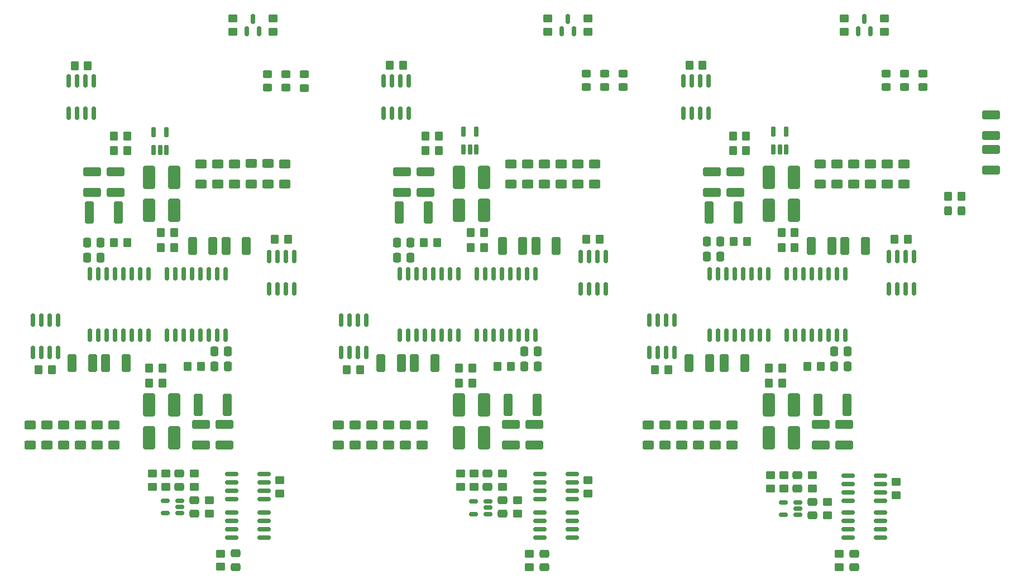
<source format=gbr>
%TF.GenerationSoftware,KiCad,Pcbnew,8.0.5-8.0.5-0~ubuntu24.04.1*%
%TF.CreationDate,2024-10-22T13:11:44+03:00*%
%TF.ProjectId,Adapter,41646170-7465-4722-9e6b-696361645f70,rev?*%
%TF.SameCoordinates,Original*%
%TF.FileFunction,Paste,Top*%
%TF.FilePolarity,Positive*%
%FSLAX46Y46*%
G04 Gerber Fmt 4.6, Leading zero omitted, Abs format (unit mm)*
G04 Created by KiCad (PCBNEW 8.0.5-8.0.5-0~ubuntu24.04.1) date 2024-10-22 13:11:44*
%MOMM*%
%LPD*%
G01*
G04 APERTURE LIST*
G04 Aperture macros list*
%AMRoundRect*
0 Rectangle with rounded corners*
0 $1 Rounding radius*
0 $2 $3 $4 $5 $6 $7 $8 $9 X,Y pos of 4 corners*
0 Add a 4 corners polygon primitive as box body*
4,1,4,$2,$3,$4,$5,$6,$7,$8,$9,$2,$3,0*
0 Add four circle primitives for the rounded corners*
1,1,$1+$1,$2,$3*
1,1,$1+$1,$4,$5*
1,1,$1+$1,$6,$7*
1,1,$1+$1,$8,$9*
0 Add four rect primitives between the rounded corners*
20,1,$1+$1,$2,$3,$4,$5,0*
20,1,$1+$1,$4,$5,$6,$7,0*
20,1,$1+$1,$6,$7,$8,$9,0*
20,1,$1+$1,$8,$9,$2,$3,0*%
G04 Aperture macros list end*
%ADD10RoundRect,0.250000X0.450000X-0.350000X0.450000X0.350000X-0.450000X0.350000X-0.450000X-0.350000X0*%
%ADD11RoundRect,0.250000X0.350000X0.450000X-0.350000X0.450000X-0.350000X-0.450000X0.350000X-0.450000X0*%
%ADD12RoundRect,0.150000X0.512500X0.150000X-0.512500X0.150000X-0.512500X-0.150000X0.512500X-0.150000X0*%
%ADD13RoundRect,0.250000X0.650000X-1.500000X0.650000X1.500000X-0.650000X1.500000X-0.650000X-1.500000X0*%
%ADD14RoundRect,0.250000X-0.412500X-1.100000X0.412500X-1.100000X0.412500X1.100000X-0.412500X1.100000X0*%
%ADD15RoundRect,0.250000X-0.450000X0.350000X-0.450000X-0.350000X0.450000X-0.350000X0.450000X0.350000X0*%
%ADD16RoundRect,0.250000X0.625000X-0.400000X0.625000X0.400000X-0.625000X0.400000X-0.625000X-0.400000X0*%
%ADD17RoundRect,0.250000X-0.625000X0.400000X-0.625000X-0.400000X0.625000X-0.400000X0.625000X0.400000X0*%
%ADD18RoundRect,0.250000X-0.475000X0.337500X-0.475000X-0.337500X0.475000X-0.337500X0.475000X0.337500X0*%
%ADD19RoundRect,0.250000X-1.100000X0.412500X-1.100000X-0.412500X1.100000X-0.412500X1.100000X0.412500X0*%
%ADD20RoundRect,0.250000X-0.350000X-0.450000X0.350000X-0.450000X0.350000X0.450000X-0.350000X0.450000X0*%
%ADD21RoundRect,0.250000X0.412500X1.100000X-0.412500X1.100000X-0.412500X-1.100000X0.412500X-1.100000X0*%
%ADD22RoundRect,0.250000X-0.650000X1.500000X-0.650000X-1.500000X0.650000X-1.500000X0.650000X1.500000X0*%
%ADD23RoundRect,0.150000X-0.825000X-0.150000X0.825000X-0.150000X0.825000X0.150000X-0.825000X0.150000X0*%
%ADD24RoundRect,0.250000X0.450000X-0.325000X0.450000X0.325000X-0.450000X0.325000X-0.450000X-0.325000X0*%
%ADD25RoundRect,0.150000X0.150000X-0.825000X0.150000X0.825000X-0.150000X0.825000X-0.150000X-0.825000X0*%
%ADD26RoundRect,0.150000X0.150000X-0.875000X0.150000X0.875000X-0.150000X0.875000X-0.150000X-0.875000X0*%
%ADD27RoundRect,0.250000X1.100000X-0.412500X1.100000X0.412500X-1.100000X0.412500X-1.100000X-0.412500X0*%
%ADD28RoundRect,0.250000X-0.337500X-0.475000X0.337500X-0.475000X0.337500X0.475000X-0.337500X0.475000X0*%
%ADD29RoundRect,0.250000X0.337500X0.475000X-0.337500X0.475000X-0.337500X-0.475000X0.337500X-0.475000X0*%
%ADD30RoundRect,0.162500X0.162500X-0.617500X0.162500X0.617500X-0.162500X0.617500X-0.162500X-0.617500X0*%
%ADD31RoundRect,0.250000X-0.400000X-1.450000X0.400000X-1.450000X0.400000X1.450000X-0.400000X1.450000X0*%
%ADD32RoundRect,0.150000X-0.150000X0.875000X-0.150000X-0.875000X0.150000X-0.875000X0.150000X0.875000X0*%
%ADD33RoundRect,0.250000X0.400000X1.450000X-0.400000X1.450000X-0.400000X-1.450000X0.400000X-1.450000X0*%
%ADD34RoundRect,0.150000X0.150000X-0.587500X0.150000X0.587500X-0.150000X0.587500X-0.150000X-0.587500X0*%
%ADD35RoundRect,0.150000X-0.150000X0.825000X-0.150000X-0.825000X0.150000X-0.825000X0.150000X0.825000X0*%
%ADD36RoundRect,0.250000X0.325000X0.450000X-0.325000X0.450000X-0.325000X-0.450000X0.325000X-0.450000X0*%
G04 APERTURE END LIST*
D10*
%TO.C,R72*%
X104394000Y-123174000D03*
X104394000Y-121174000D03*
%TD*%
D11*
%TO.C,R83*%
X148320000Y-84582000D03*
X146320000Y-84582000D03*
%TD*%
D12*
%TO.C,U8*%
X102229500Y-127188000D03*
X102229500Y-126238000D03*
X102229500Y-125288000D03*
X99954500Y-125288000D03*
X99954500Y-127188000D03*
%TD*%
D11*
%TO.C,R82*%
X188071000Y-72136000D03*
X186071000Y-72136000D03*
%TD*%
%TO.C,R68*%
X99552000Y-105156000D03*
X97552000Y-105156000D03*
%TD*%
D13*
%TO.C,D35*%
X97536000Y-115784000D03*
X97536000Y-110784000D03*
%TD*%
D14*
%TO.C,C49*%
X203034500Y-86614000D03*
X206159500Y-86614000D03*
%TD*%
D15*
%TO.C,R101*%
X164084000Y-52086000D03*
X164084000Y-54086000D03*
%TD*%
D16*
%TO.C,R32*%
X154940000Y-77242000D03*
X154940000Y-74142000D03*
%TD*%
D17*
%TO.C,R34*%
X183388000Y-113766000D03*
X183388000Y-116866000D03*
%TD*%
D15*
%TO.C,R56*%
X153416000Y-125238000D03*
X153416000Y-127238000D03*
%TD*%
D13*
%TO.C,D41*%
X144526000Y-115784000D03*
X144526000Y-110784000D03*
%TD*%
D11*
%TO.C,R95*%
X195437000Y-84582000D03*
X193437000Y-84582000D03*
%TD*%
D10*
%TO.C,R3*%
X155194000Y-135366000D03*
X155194000Y-133366000D03*
%TD*%
D18*
%TO.C,C81*%
X102108000Y-121136500D03*
X102108000Y-123211500D03*
%TD*%
D19*
%TO.C,C33*%
X225171000Y-66763500D03*
X225171000Y-69888500D03*
%TD*%
D20*
%TO.C,R1*%
X86249000Y-59309000D03*
X88249000Y-59309000D03*
%TD*%
D10*
%TO.C,R64*%
X98044000Y-123174000D03*
X98044000Y-121174000D03*
%TD*%
D21*
%TO.C,C14*%
X135801500Y-104394000D03*
X132676500Y-104394000D03*
%TD*%
D22*
%TO.C,D48*%
X195326000Y-76240000D03*
X195326000Y-81240000D03*
%TD*%
D16*
%TO.C,R14*%
X110490000Y-77242000D03*
X110490000Y-74142000D03*
%TD*%
D18*
%TO.C,C29*%
X195834000Y-121390500D03*
X195834000Y-123465500D03*
%TD*%
D10*
%TO.C,R102*%
X202946000Y-54086000D03*
X202946000Y-52086000D03*
%TD*%
D15*
%TO.C,R27*%
X200406000Y-125492000D03*
X200406000Y-127492000D03*
%TD*%
D20*
%TO.C,R73*%
X150384000Y-104902000D03*
X152384000Y-104902000D03*
%TD*%
D17*
%TO.C,R51*%
X162560000Y-74142000D03*
X162560000Y-77242000D03*
%TD*%
D16*
%TO.C,R24*%
X152400000Y-77242000D03*
X152400000Y-74142000D03*
%TD*%
D23*
%TO.C,U9*%
X110047000Y-127127000D03*
X110047000Y-128397000D03*
X110047000Y-129667000D03*
X110047000Y-130937000D03*
X114997000Y-130937000D03*
X114997000Y-129667000D03*
X114997000Y-128397000D03*
X114997000Y-127127000D03*
%TD*%
D24*
%TO.C,D12*%
X115443000Y-62620000D03*
X115443000Y-60570000D03*
%TD*%
D18*
%TO.C,C22*%
X110617000Y-133312500D03*
X110617000Y-135387500D03*
%TD*%
D25*
%TO.C,D3*%
X115697000Y-93153000D03*
X116967000Y-93153000D03*
X118237000Y-93153000D03*
X119507000Y-93153000D03*
X119507000Y-88203000D03*
X118237000Y-88203000D03*
X116967000Y-88203000D03*
X115697000Y-88203000D03*
%TD*%
D15*
%TO.C,R99*%
X116332000Y-52086000D03*
X116332000Y-54086000D03*
%TD*%
D14*
%TO.C,C44*%
X197954500Y-86614000D03*
X201079500Y-86614000D03*
%TD*%
%TO.C,C15*%
X151091500Y-86614000D03*
X154216500Y-86614000D03*
%TD*%
D18*
%TO.C,C30*%
X198120000Y-125454500D03*
X198120000Y-127529500D03*
%TD*%
D11*
%TO.C,R40*%
X94218000Y-69977000D03*
X92218000Y-69977000D03*
%TD*%
D26*
%TO.C,D32*%
X88519000Y-100154000D03*
X89789000Y-100154000D03*
X91059000Y-100154000D03*
X92329000Y-100154000D03*
X93599000Y-100154000D03*
X94869000Y-100154000D03*
X96139000Y-100154000D03*
X97409000Y-100154000D03*
X97409000Y-90854000D03*
X96139000Y-90854000D03*
X94869000Y-90854000D03*
X93599000Y-90854000D03*
X92329000Y-90854000D03*
X91059000Y-90854000D03*
X89789000Y-90854000D03*
X88519000Y-90854000D03*
%TD*%
D24*
%TO.C,D50*%
X214884000Y-62493000D03*
X214884000Y-60443000D03*
%TD*%
D22*
%TO.C,D58*%
X101346000Y-110784000D03*
X101346000Y-115784000D03*
%TD*%
D27*
%TO.C,C13*%
X135890000Y-78524500D03*
X135890000Y-75399500D03*
%TD*%
D11*
%TO.C,R78*%
X188071000Y-69977000D03*
X186071000Y-69977000D03*
%TD*%
D20*
%TO.C,R9*%
X163846000Y-85598000D03*
X165846000Y-85598000D03*
%TD*%
D21*
%TO.C,C31*%
X94057000Y-104394000D03*
X90932000Y-104394000D03*
%TD*%
D17*
%TO.C,R20*%
X138938000Y-113766000D03*
X138938000Y-116866000D03*
%TD*%
D28*
%TO.C,C60*%
X88116500Y-86106000D03*
X90191500Y-86106000D03*
%TD*%
D11*
%TO.C,R10*%
X129524000Y-105410000D03*
X127524000Y-105410000D03*
%TD*%
D28*
%TO.C,C66*%
X135106500Y-86106000D03*
X137181500Y-86106000D03*
%TD*%
D10*
%TO.C,R4*%
X202184000Y-135366000D03*
X202184000Y-133366000D03*
%TD*%
D13*
%TO.C,D59*%
X97536000Y-81240000D03*
X97536000Y-76240000D03*
%TD*%
D11*
%TO.C,R86*%
X188198000Y-85979000D03*
X186198000Y-85979000D03*
%TD*%
D29*
%TO.C,C59*%
X109495500Y-104902000D03*
X107420500Y-104902000D03*
%TD*%
D10*
%TO.C,R57*%
X144780000Y-123174000D03*
X144780000Y-121174000D03*
%TD*%
D11*
%TO.C,R12*%
X176260000Y-105410000D03*
X174260000Y-105410000D03*
%TD*%
D30*
%TO.C,D25*%
X192217000Y-71962000D03*
X193167000Y-71962000D03*
X194117000Y-71962000D03*
X194117000Y-69262000D03*
X192217000Y-69262000D03*
%TD*%
D11*
%TO.C,R62*%
X94218000Y-86106000D03*
X92218000Y-86106000D03*
%TD*%
D31*
%TO.C,L6*%
X198943000Y-110744000D03*
X203393000Y-110744000D03*
%TD*%
D25*
%TO.C,D5*%
X85344000Y-66483000D03*
X86614000Y-66483000D03*
X87884000Y-66483000D03*
X89154000Y-66483000D03*
X89154000Y-61533000D03*
X87884000Y-61533000D03*
X86614000Y-61533000D03*
X85344000Y-61533000D03*
%TD*%
D12*
%TO.C,U11*%
X195955500Y-127442000D03*
X195955500Y-126492000D03*
X195955500Y-125542000D03*
X193680500Y-125542000D03*
X193680500Y-127442000D03*
%TD*%
D17*
%TO.C,R13*%
X89638000Y-113766000D03*
X89638000Y-116866000D03*
%TD*%
D24*
%TO.C,D29*%
X169418000Y-62493000D03*
X169418000Y-60443000D03*
%TD*%
D20*
%TO.C,R93*%
X191532000Y-107442000D03*
X193532000Y-107442000D03*
%TD*%
D27*
%TO.C,C18*%
X186436000Y-78524500D03*
X186436000Y-75399500D03*
%TD*%
D20*
%TO.C,R67*%
X99330000Y-86868000D03*
X101330000Y-86868000D03*
%TD*%
D29*
%TO.C,C57*%
X109495500Y-102616000D03*
X107420500Y-102616000D03*
%TD*%
D30*
%TO.C,D23*%
X145227000Y-71962000D03*
X146177000Y-71962000D03*
X147127000Y-71962000D03*
X147127000Y-69262000D03*
X145227000Y-69262000D03*
%TD*%
D20*
%TO.C,R84*%
X179467000Y-59182000D03*
X181467000Y-59182000D03*
%TD*%
D11*
%TO.C,R75*%
X141462000Y-69977000D03*
X139462000Y-69977000D03*
%TD*%
D16*
%TO.C,R44*%
X126238000Y-116866000D03*
X126238000Y-113766000D03*
%TD*%
D17*
%TO.C,R35*%
X180848000Y-113766000D03*
X180848000Y-116866000D03*
%TD*%
D32*
%TO.C,D31*%
X109093000Y-90854000D03*
X107823000Y-90854000D03*
X106553000Y-90854000D03*
X105283000Y-90854000D03*
X104013000Y-90854000D03*
X102743000Y-90854000D03*
X101473000Y-90854000D03*
X100203000Y-90854000D03*
X100203000Y-100154000D03*
X101473000Y-100154000D03*
X102743000Y-100154000D03*
X104013000Y-100154000D03*
X105283000Y-100154000D03*
X106553000Y-100154000D03*
X107823000Y-100154000D03*
X109093000Y-100154000D03*
%TD*%
D33*
%TO.C,L3*%
X139893000Y-81534000D03*
X135443000Y-81534000D03*
%TD*%
D24*
%TO.C,D13*%
X118237000Y-62620000D03*
X118237000Y-60570000D03*
%TD*%
D19*
%TO.C,C16*%
X152400000Y-113753500D03*
X152400000Y-116878500D03*
%TD*%
D26*
%TO.C,D64*%
X135509000Y-100154000D03*
X136779000Y-100154000D03*
X138049000Y-100154000D03*
X139319000Y-100154000D03*
X140589000Y-100154000D03*
X141859000Y-100154000D03*
X143129000Y-100154000D03*
X144399000Y-100154000D03*
X144399000Y-90854000D03*
X143129000Y-90854000D03*
X141859000Y-90854000D03*
X140589000Y-90854000D03*
X139319000Y-90854000D03*
X138049000Y-90854000D03*
X136779000Y-90854000D03*
X135509000Y-90854000D03*
%TD*%
D17*
%TO.C,R52*%
X211963000Y-74142000D03*
X211963000Y-77242000D03*
%TD*%
%TO.C,R7*%
X92202000Y-113766000D03*
X92202000Y-116866000D03*
%TD*%
D19*
%TO.C,C4*%
X105410000Y-113753500D03*
X105410000Y-116878500D03*
%TD*%
D20*
%TO.C,R61*%
X103394000Y-104902000D03*
X105394000Y-104902000D03*
%TD*%
D18*
%TO.C,C56*%
X148844000Y-121136500D03*
X148844000Y-123211500D03*
%TD*%
D29*
%TO.C,C65*%
X156485500Y-104902000D03*
X154410500Y-104902000D03*
%TD*%
D21*
%TO.C,C11*%
X140881500Y-104394000D03*
X137756500Y-104394000D03*
%TD*%
D10*
%TO.C,R98*%
X110236000Y-54086000D03*
X110236000Y-52086000D03*
%TD*%
D27*
%TO.C,C19*%
X182880000Y-78524500D03*
X182880000Y-75399500D03*
%TD*%
D33*
%TO.C,L4*%
X186883000Y-81534000D03*
X182433000Y-81534000D03*
%TD*%
D23*
%TO.C,U5*%
X203519000Y-127127000D03*
X203519000Y-128397000D03*
X203519000Y-129667000D03*
X203519000Y-130937000D03*
X208469000Y-130937000D03*
X208469000Y-129667000D03*
X208469000Y-128397000D03*
X208469000Y-127127000D03*
%TD*%
D17*
%TO.C,R50*%
X165100000Y-74142000D03*
X165100000Y-77242000D03*
%TD*%
D22*
%TO.C,D60*%
X148336000Y-110784000D03*
X148336000Y-115784000D03*
%TD*%
D16*
%TO.C,R42*%
X201803000Y-77242000D03*
X201803000Y-74142000D03*
%TD*%
D17*
%TO.C,R33*%
X185928000Y-113766000D03*
X185928000Y-116866000D03*
%TD*%
D34*
%TO.C,Q2*%
X112334000Y-54023500D03*
X114234000Y-54023500D03*
X113284000Y-52148500D03*
%TD*%
D15*
%TO.C,R109*%
X209042000Y-52086000D03*
X209042000Y-54086000D03*
%TD*%
D14*
%TO.C,C43*%
X156171500Y-86614000D03*
X159296500Y-86614000D03*
%TD*%
D13*
%TO.C,D62*%
X144526000Y-81240000D03*
X144526000Y-76240000D03*
%TD*%
D15*
%TO.C,R29*%
X210820000Y-122444000D03*
X210820000Y-124444000D03*
%TD*%
D23*
%TO.C,D21*%
X156783000Y-121285000D03*
X156783000Y-122555000D03*
X156783000Y-123825000D03*
X156783000Y-125095000D03*
X161733000Y-125095000D03*
X161733000Y-123825000D03*
X161733000Y-122555000D03*
X161733000Y-121285000D03*
%TD*%
D11*
%TO.C,R76*%
X141478000Y-72136000D03*
X139478000Y-72136000D03*
%TD*%
D25*
%TO.C,D24*%
X133096000Y-66483000D03*
X134366000Y-66483000D03*
X135636000Y-66483000D03*
X136906000Y-66483000D03*
X136906000Y-61533000D03*
X135636000Y-61533000D03*
X134366000Y-61533000D03*
X133096000Y-61533000D03*
%TD*%
D18*
%TO.C,C24*%
X157480000Y-133328500D03*
X157480000Y-135403500D03*
%TD*%
D25*
%TO.C,D8*%
X162941000Y-93153000D03*
X164211000Y-93153000D03*
X165481000Y-93153000D03*
X166751000Y-93153000D03*
X166751000Y-88203000D03*
X165481000Y-88203000D03*
X164211000Y-88203000D03*
X162941000Y-88203000D03*
%TD*%
D15*
%TO.C,R58*%
X164084000Y-122190000D03*
X164084000Y-124190000D03*
%TD*%
D22*
%TO.C,D61*%
X195326000Y-110784000D03*
X195326000Y-115784000D03*
%TD*%
D24*
%TO.C,D19*%
X121031000Y-62629000D03*
X121031000Y-60579000D03*
%TD*%
D28*
%TO.C,C72*%
X182096500Y-85979000D03*
X184171500Y-85979000D03*
%TD*%
D10*
%TO.C,R60*%
X151130000Y-123174000D03*
X151130000Y-121174000D03*
%TD*%
D17*
%TO.C,R53*%
X206883000Y-74142000D03*
X206883000Y-77242000D03*
%TD*%
D34*
%TO.C,Q1*%
X160086000Y-54023500D03*
X161986000Y-54023500D03*
X161036000Y-52148500D03*
%TD*%
D20*
%TO.C,R91*%
X193437000Y-86868000D03*
X195437000Y-86868000D03*
%TD*%
D15*
%TO.C,R59*%
X146812000Y-121174000D03*
X146812000Y-123174000D03*
%TD*%
D13*
%TO.C,D63*%
X191516000Y-81240000D03*
X191516000Y-76240000D03*
%TD*%
D28*
%TO.C,C58*%
X88116500Y-88392000D03*
X90191500Y-88392000D03*
%TD*%
D27*
%TO.C,C37*%
X88900000Y-78524500D03*
X88900000Y-75399500D03*
%TD*%
D12*
%TO.C,U4*%
X148965500Y-127315000D03*
X148965500Y-126365000D03*
X148965500Y-125415000D03*
X146690500Y-125415000D03*
X146690500Y-127315000D03*
%TD*%
D18*
%TO.C,C54*%
X151130000Y-125200500D03*
X151130000Y-127275500D03*
%TD*%
D16*
%TO.C,R48*%
X178308000Y-116866000D03*
X178308000Y-113766000D03*
%TD*%
D24*
%TO.C,D27*%
X163830000Y-62493000D03*
X163830000Y-60443000D03*
%TD*%
D20*
%TO.C,R30*%
X116602000Y-85598000D03*
X118602000Y-85598000D03*
%TD*%
D32*
%TO.C,D44*%
X203073000Y-90854000D03*
X201803000Y-90854000D03*
X200533000Y-90854000D03*
X199263000Y-90854000D03*
X197993000Y-90854000D03*
X196723000Y-90854000D03*
X195453000Y-90854000D03*
X194183000Y-90854000D03*
X194183000Y-100154000D03*
X195453000Y-100154000D03*
X196723000Y-100154000D03*
X197993000Y-100154000D03*
X199263000Y-100154000D03*
X200533000Y-100154000D03*
X201803000Y-100154000D03*
X203073000Y-100154000D03*
%TD*%
D27*
%TO.C,C32*%
X225171000Y-75095500D03*
X225171000Y-71970500D03*
%TD*%
D15*
%TO.C,R65*%
X117348000Y-122190000D03*
X117348000Y-124190000D03*
%TD*%
D11*
%TO.C,R31*%
X82788000Y-105410000D03*
X80788000Y-105410000D03*
%TD*%
%TO.C,R39*%
X94218000Y-72136000D03*
X92218000Y-72136000D03*
%TD*%
D16*
%TO.C,R43*%
X131318000Y-116866000D03*
X131318000Y-113766000D03*
%TD*%
D10*
%TO.C,R2*%
X108331000Y-135350000D03*
X108331000Y-133350000D03*
%TD*%
D15*
%TO.C,R63*%
X106680000Y-125238000D03*
X106680000Y-127238000D03*
%TD*%
D20*
%TO.C,R11*%
X210582000Y-85598000D03*
X212582000Y-85598000D03*
%TD*%
D31*
%TO.C,L1*%
X104963000Y-110744000D03*
X109413000Y-110744000D03*
%TD*%
D18*
%TO.C,C26*%
X204470000Y-133328500D03*
X204470000Y-135403500D03*
%TD*%
D28*
%TO.C,C64*%
X135106500Y-88392000D03*
X137181500Y-88392000D03*
%TD*%
D35*
%TO.C,D2*%
X83693000Y-97855000D03*
X82423000Y-97855000D03*
X81153000Y-97855000D03*
X79883000Y-97855000D03*
X79883000Y-102805000D03*
X81153000Y-102805000D03*
X82423000Y-102805000D03*
X83693000Y-102805000D03*
%TD*%
D30*
%TO.C,D1*%
X98237000Y-72089000D03*
X99187000Y-72089000D03*
X100137000Y-72089000D03*
X100137000Y-69389000D03*
X98237000Y-69389000D03*
%TD*%
D11*
%TO.C,R80*%
X146542000Y-105156000D03*
X144542000Y-105156000D03*
%TD*%
D20*
%TO.C,R79*%
X146320000Y-86868000D03*
X148320000Y-86868000D03*
%TD*%
D17*
%TO.C,R54*%
X209423000Y-74142000D03*
X209423000Y-77242000D03*
%TD*%
D15*
%TO.C,R26*%
X193802000Y-121428000D03*
X193802000Y-123428000D03*
%TD*%
D16*
%TO.C,R15*%
X105410000Y-77242000D03*
X105410000Y-74142000D03*
%TD*%
D25*
%TO.C,D6*%
X209677000Y-93153000D03*
X210947000Y-93153000D03*
X212217000Y-93153000D03*
X213487000Y-93153000D03*
X213487000Y-88203000D03*
X212217000Y-88203000D03*
X210947000Y-88203000D03*
X209677000Y-88203000D03*
%TD*%
D20*
%TO.C,R69*%
X97552000Y-107442000D03*
X99552000Y-107442000D03*
%TD*%
D11*
%TO.C,R74*%
X141208000Y-86106000D03*
X139208000Y-86106000D03*
%TD*%
D17*
%TO.C,R21*%
X133858000Y-113766000D03*
X133858000Y-116866000D03*
%TD*%
D19*
%TO.C,C47*%
X199390000Y-113753500D03*
X199390000Y-116878500D03*
%TD*%
D23*
%TO.C,D22*%
X110047000Y-121285000D03*
X110047000Y-122555000D03*
X110047000Y-123825000D03*
X110047000Y-125095000D03*
X114997000Y-125095000D03*
X114997000Y-123825000D03*
X114997000Y-122555000D03*
X114997000Y-121285000D03*
%TD*%
D35*
%TO.C,D7*%
X177165000Y-97855000D03*
X175895000Y-97855000D03*
X174625000Y-97855000D03*
X173355000Y-97855000D03*
X173355000Y-102805000D03*
X174625000Y-102805000D03*
X175895000Y-102805000D03*
X177165000Y-102805000D03*
%TD*%
D16*
%TO.C,R47*%
X173228000Y-116866000D03*
X173228000Y-113766000D03*
%TD*%
D24*
%TO.C,D49*%
X212090000Y-62493000D03*
X212090000Y-60443000D03*
%TD*%
D16*
%TO.C,R46*%
X175768000Y-116866000D03*
X175768000Y-113766000D03*
%TD*%
D24*
%TO.C,D28*%
X166624000Y-62493000D03*
X166624000Y-60443000D03*
%TD*%
D11*
%TO.C,R92*%
X193532000Y-105156000D03*
X191532000Y-105156000D03*
%TD*%
D16*
%TO.C,R5*%
X79502000Y-116866000D03*
X79502000Y-113766000D03*
%TD*%
%TO.C,R6*%
X82042000Y-116866000D03*
X82042000Y-113766000D03*
%TD*%
D24*
%TO.C,D30*%
X209296000Y-62493000D03*
X209296000Y-60443000D03*
%TD*%
D21*
%TO.C,C20*%
X182537500Y-104394000D03*
X179412500Y-104394000D03*
%TD*%
D33*
%TO.C,L2*%
X92903000Y-81534000D03*
X88453000Y-81534000D03*
%TD*%
D16*
%TO.C,R23*%
X157480000Y-77242000D03*
X157480000Y-74142000D03*
%TD*%
D20*
%TO.C,R85*%
X197374000Y-104902000D03*
X199374000Y-104902000D03*
%TD*%
D35*
%TO.C,D9*%
X130429000Y-97855000D03*
X129159000Y-97855000D03*
X127889000Y-97855000D03*
X126619000Y-97855000D03*
X126619000Y-102805000D03*
X127889000Y-102805000D03*
X129159000Y-102805000D03*
X130429000Y-102805000D03*
%TD*%
D17*
%TO.C,R8*%
X87122000Y-113766000D03*
X87122000Y-116866000D03*
%TD*%
D21*
%TO.C,C36*%
X88977000Y-104394000D03*
X85852000Y-104394000D03*
%TD*%
D23*
%TO.C,U6*%
X156783000Y-127127000D03*
X156783000Y-128397000D03*
X156783000Y-129667000D03*
X156783000Y-130937000D03*
X161733000Y-130937000D03*
X161733000Y-129667000D03*
X161733000Y-128397000D03*
X161733000Y-127127000D03*
%TD*%
D16*
%TO.C,R66*%
X84582000Y-116866000D03*
X84582000Y-113766000D03*
%TD*%
D11*
%TO.C,R71*%
X101330000Y-84582000D03*
X99330000Y-84582000D03*
%TD*%
D15*
%TO.C,R70*%
X100076000Y-121174000D03*
X100076000Y-123174000D03*
%TD*%
D17*
%TO.C,R49*%
X160020000Y-74142000D03*
X160020000Y-77242000D03*
%TD*%
D19*
%TO.C,C48*%
X202946000Y-113753500D03*
X202946000Y-116878500D03*
%TD*%
D22*
%TO.C,D42*%
X148336000Y-76240000D03*
X148336000Y-81240000D03*
%TD*%
D32*
%TO.C,D38*%
X156083000Y-90854000D03*
X154813000Y-90854000D03*
X153543000Y-90854000D03*
X152273000Y-90854000D03*
X151003000Y-90854000D03*
X149733000Y-90854000D03*
X148463000Y-90854000D03*
X147193000Y-90854000D03*
X147193000Y-100154000D03*
X148463000Y-100154000D03*
X149733000Y-100154000D03*
X151003000Y-100154000D03*
X152273000Y-100154000D03*
X153543000Y-100154000D03*
X154813000Y-100154000D03*
X156083000Y-100154000D03*
%TD*%
D19*
%TO.C,C9*%
X108966000Y-113753500D03*
X108966000Y-116878500D03*
%TD*%
D16*
%TO.C,R16*%
X107950000Y-77242000D03*
X107950000Y-74142000D03*
%TD*%
D27*
%TO.C,C12*%
X139446000Y-78524500D03*
X139446000Y-75399500D03*
%TD*%
%TO.C,C38*%
X92456000Y-78524500D03*
X92456000Y-75399500D03*
%TD*%
D17*
%TO.C,R22*%
X136398000Y-113766000D03*
X136398000Y-116866000D03*
%TD*%
D36*
%TO.C,D51*%
X220735000Y-81280000D03*
X218685000Y-81280000D03*
%TD*%
D14*
%TO.C,C3*%
X104101500Y-86614000D03*
X107226500Y-86614000D03*
%TD*%
D22*
%TO.C,D36*%
X101346000Y-76240000D03*
X101346000Y-81240000D03*
%TD*%
D25*
%TO.C,D26*%
X178562000Y-66483000D03*
X179832000Y-66483000D03*
X181102000Y-66483000D03*
X182372000Y-66483000D03*
X182372000Y-61533000D03*
X181102000Y-61533000D03*
X179832000Y-61533000D03*
X178562000Y-61533000D03*
%TD*%
D10*
%TO.C,R100*%
X157988000Y-54086000D03*
X157988000Y-52086000D03*
%TD*%
D29*
%TO.C,C69*%
X203475500Y-102616000D03*
X201400500Y-102616000D03*
%TD*%
D10*
%TO.C,R25*%
X191770000Y-123428000D03*
X191770000Y-121428000D03*
%TD*%
D21*
%TO.C,C17*%
X187871500Y-104394000D03*
X184746500Y-104394000D03*
%TD*%
D34*
%TO.C,Q3*%
X205044000Y-54023500D03*
X206944000Y-54023500D03*
X205994000Y-52148500D03*
%TD*%
D17*
%TO.C,R18*%
X113030000Y-74116000D03*
X113030000Y-77216000D03*
%TD*%
D14*
%TO.C,C10*%
X109181500Y-86614000D03*
X112306500Y-86614000D03*
%TD*%
D20*
%TO.C,R97*%
X218710000Y-79121000D03*
X220710000Y-79121000D03*
%TD*%
D16*
%TO.C,R41*%
X199263000Y-77242000D03*
X199263000Y-74142000D03*
%TD*%
D31*
%TO.C,L5*%
X151953000Y-110744000D03*
X156403000Y-110744000D03*
%TD*%
D16*
%TO.C,R36*%
X204343000Y-77242000D03*
X204343000Y-74142000D03*
%TD*%
D28*
%TO.C,C70*%
X182096500Y-88265000D03*
X184171500Y-88265000D03*
%TD*%
D29*
%TO.C,C71*%
X203475500Y-104902000D03*
X201400500Y-104902000D03*
%TD*%
%TO.C,C63*%
X156485500Y-102616000D03*
X154410500Y-102616000D03*
%TD*%
D13*
%TO.C,D47*%
X191516000Y-115784000D03*
X191516000Y-110784000D03*
%TD*%
D18*
%TO.C,C79*%
X104394000Y-125200500D03*
X104394000Y-127275500D03*
%TD*%
D20*
%TO.C,R77*%
X134017000Y-59182000D03*
X136017000Y-59182000D03*
%TD*%
D10*
%TO.C,R28*%
X198120000Y-123428000D03*
X198120000Y-121428000D03*
%TD*%
D23*
%TO.C,D20*%
X203519000Y-121539000D03*
X203519000Y-122809000D03*
X203519000Y-124079000D03*
X203519000Y-125349000D03*
X208469000Y-125349000D03*
X208469000Y-124079000D03*
X208469000Y-122809000D03*
X208469000Y-121539000D03*
%TD*%
D16*
%TO.C,R45*%
X128778000Y-116866000D03*
X128778000Y-113766000D03*
%TD*%
D26*
%TO.C,D37*%
X182499000Y-100154000D03*
X183769000Y-100154000D03*
X185039000Y-100154000D03*
X186309000Y-100154000D03*
X187579000Y-100154000D03*
X188849000Y-100154000D03*
X190119000Y-100154000D03*
X191389000Y-100154000D03*
X191389000Y-90854000D03*
X190119000Y-90854000D03*
X188849000Y-90854000D03*
X187579000Y-90854000D03*
X186309000Y-90854000D03*
X185039000Y-90854000D03*
X183769000Y-90854000D03*
X182499000Y-90854000D03*
%TD*%
D19*
%TO.C,C39*%
X155956000Y-113753500D03*
X155956000Y-116878500D03*
%TD*%
D17*
%TO.C,R17*%
X118110000Y-74142000D03*
X118110000Y-77242000D03*
%TD*%
%TO.C,R19*%
X115558000Y-74116000D03*
X115558000Y-77216000D03*
%TD*%
D20*
%TO.C,R81*%
X144542000Y-107442000D03*
X146542000Y-107442000D03*
%TD*%
M02*

</source>
